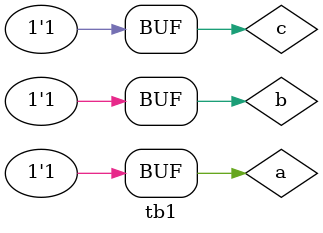
<source format=sv>
`timescale 1ns / 1ps


module tb1(
    );
 logic a,b,c,d;
 
 tmux dut(
    .d0(a),
    .d1(b),
    .s(c),
    .o(d)
 );
 initial begin
    for(int i = 0;i<8;i++)begin
    
        {c,b,a} = i;
        #1;
    
    end
   end
endmodule

</source>
